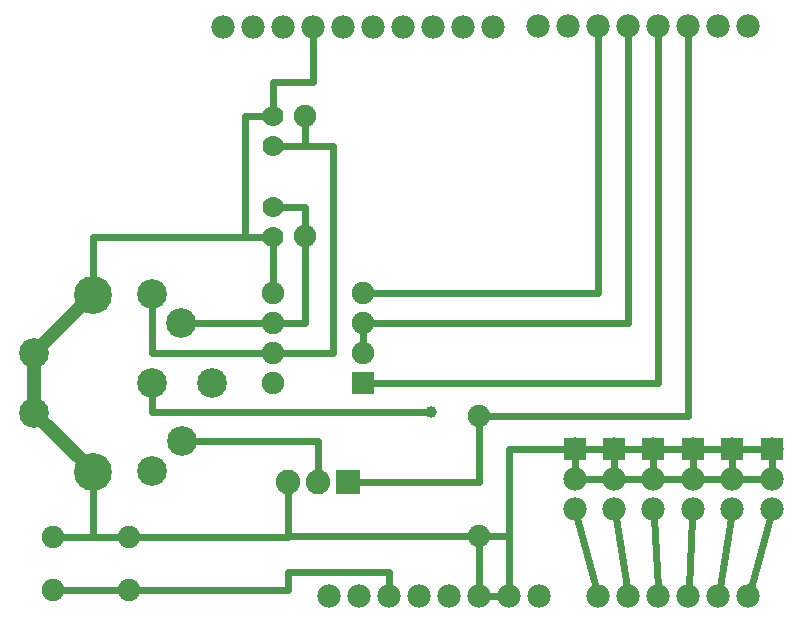
<source format=gtl>
G04 MADE WITH FRITZING*
G04 WWW.FRITZING.ORG*
G04 DOUBLE SIDED*
G04 HOLES PLATED*
G04 CONTOUR ON CENTER OF CONTOUR VECTOR*
%ASAXBY*%
%FSLAX23Y23*%
%MOIN*%
%OFA0B0*%
%SFA1.0B1.0*%
%ADD10C,0.078000*%
%ADD11C,0.075000*%
%ADD12C,0.070000*%
%ADD13C,0.082000*%
%ADD14C,0.039370*%
%ADD15C,0.099055*%
%ADD16C,0.126614*%
%ADD17R,0.078000X0.078000*%
%ADD18R,0.075000X0.075000*%
%ADD19R,0.082000X0.082000*%
%ADD20C,0.024000*%
%ADD21C,0.048000*%
%LNCOPPER1*%
G90*
G70*
G54D10*
X1808Y2004D03*
X1908Y2004D03*
X2008Y2004D03*
X2108Y2004D03*
X2208Y2004D03*
X2308Y2004D03*
X2408Y2004D03*
X2508Y2004D03*
X2009Y104D03*
X2109Y104D03*
X2209Y104D03*
X2309Y104D03*
X2409Y104D03*
X2509Y104D03*
X1113Y105D03*
X1213Y105D03*
X1313Y105D03*
X1413Y105D03*
X1513Y105D03*
X1613Y105D03*
X1713Y105D03*
X1813Y105D03*
X757Y2003D03*
X857Y2003D03*
X957Y2003D03*
X1057Y2003D03*
X1157Y2003D03*
X1257Y2003D03*
X1357Y2003D03*
X1457Y2003D03*
X1557Y2003D03*
X1657Y2003D03*
X2588Y595D03*
X2588Y495D03*
X2588Y395D03*
X2324Y596D03*
X2324Y496D03*
X2324Y396D03*
X2456Y594D03*
X2456Y494D03*
X2456Y394D03*
X2192Y595D03*
X2192Y495D03*
X2192Y395D03*
X2062Y596D03*
X2062Y496D03*
X2062Y396D03*
G54D11*
X446Y126D03*
X190Y126D03*
X446Y303D03*
X190Y303D03*
G54D10*
X1931Y596D03*
X1931Y496D03*
X1931Y396D03*
G54D11*
X1611Y705D03*
X1611Y305D03*
G54D12*
X925Y1301D03*
X925Y1402D03*
X925Y1604D03*
X925Y1705D03*
G54D11*
X1224Y814D03*
X924Y814D03*
X1224Y914D03*
X924Y914D03*
X1224Y1014D03*
X924Y1014D03*
X1224Y1114D03*
X924Y1114D03*
G54D13*
X1175Y485D03*
X1075Y485D03*
X975Y485D03*
G54D11*
X1033Y1304D03*
X1033Y1704D03*
G54D14*
X1451Y718D03*
G54D15*
X720Y817D03*
X522Y816D03*
X619Y1014D03*
X620Y621D03*
X521Y521D03*
X522Y1112D03*
X129Y915D03*
X128Y717D03*
G54D16*
X324Y1109D03*
X326Y519D03*
G54D17*
X2588Y595D03*
X2324Y596D03*
X2456Y594D03*
X2192Y595D03*
X2062Y596D03*
X1931Y596D03*
G54D18*
X1224Y814D03*
G54D19*
X1175Y485D03*
G54D20*
X417Y126D02*
X218Y126D01*
D02*
X417Y303D02*
X218Y303D01*
D02*
X975Y187D02*
X1313Y187D01*
D02*
X975Y126D02*
X975Y187D01*
D02*
X1313Y187D02*
X1313Y135D01*
D02*
X474Y126D02*
X975Y126D01*
D02*
X1682Y105D02*
X1643Y105D01*
D02*
X522Y914D02*
X896Y914D01*
D02*
X522Y1071D02*
X522Y914D01*
D02*
X660Y1014D02*
X896Y1014D01*
D02*
X1033Y1014D02*
X953Y1014D01*
D02*
X1033Y1275D02*
X1033Y1014D01*
D02*
X1033Y1402D02*
X951Y1402D01*
D02*
X1033Y1333D02*
X1033Y1402D01*
D02*
X924Y1142D02*
X925Y1275D01*
D02*
X1033Y1604D02*
X951Y1604D01*
D02*
X1033Y1675D02*
X1033Y1604D01*
D02*
X925Y1819D02*
X925Y1731D01*
D02*
X1057Y1819D02*
X925Y1819D01*
D02*
X1057Y1973D02*
X1057Y1819D01*
D02*
X833Y1301D02*
X899Y1301D01*
D02*
X833Y1705D02*
X833Y1301D01*
D02*
X899Y1705D02*
X833Y1705D01*
D02*
X1224Y985D02*
X1224Y942D01*
D02*
X522Y718D02*
X1432Y718D01*
D02*
X522Y775D02*
X522Y718D01*
D02*
X1075Y621D02*
X661Y621D01*
D02*
X1075Y517D02*
X1075Y621D01*
D02*
X975Y305D02*
X975Y453D01*
D02*
X1582Y305D02*
X975Y305D01*
D02*
X1611Y485D02*
X1208Y485D01*
D02*
X1611Y676D02*
X1611Y485D01*
D02*
X1713Y305D02*
X1640Y305D01*
D02*
X1713Y135D02*
X1713Y305D01*
D02*
X975Y303D02*
X975Y453D01*
D02*
X474Y303D02*
X975Y303D01*
D02*
X1611Y276D02*
X1612Y135D01*
D02*
X1713Y596D02*
X1901Y596D01*
D02*
X1713Y135D02*
X1713Y596D01*
D02*
X1961Y596D02*
X2032Y596D01*
D02*
X2092Y596D02*
X2162Y595D01*
D02*
X2223Y595D02*
X2294Y596D01*
D02*
X1939Y367D02*
X2002Y133D01*
D02*
X2067Y366D02*
X2105Y134D01*
D02*
X2194Y365D02*
X2208Y134D01*
D02*
X2322Y366D02*
X2311Y134D01*
D02*
X2308Y705D02*
X2308Y1974D01*
D02*
X1640Y705D02*
X2308Y705D01*
D02*
X2208Y814D02*
X2208Y1974D01*
D02*
X1253Y814D02*
X2208Y814D01*
D02*
X2108Y1014D02*
X2108Y1974D01*
D02*
X1253Y1014D02*
X2108Y1014D01*
D02*
X2008Y1114D02*
X2008Y1974D01*
D02*
X1253Y1114D02*
X2008Y1114D01*
D02*
X2354Y595D02*
X2426Y595D01*
D02*
X2486Y595D02*
X2558Y595D01*
D02*
X2452Y365D02*
X2414Y134D01*
D02*
X2580Y366D02*
X2517Y133D01*
D02*
X1931Y566D02*
X1931Y526D01*
D02*
X2062Y566D02*
X2062Y526D01*
D02*
X2192Y565D02*
X2192Y525D01*
D02*
X2324Y566D02*
X2324Y526D01*
D02*
X2456Y564D02*
X2456Y524D01*
D02*
X2588Y565D02*
X2588Y525D01*
D02*
X2558Y495D02*
X2486Y495D01*
D02*
X2426Y495D02*
X2354Y495D01*
D02*
X2294Y496D02*
X2223Y495D01*
D02*
X2162Y495D02*
X2092Y496D01*
D02*
X2032Y496D02*
X1961Y496D01*
D02*
X1125Y914D02*
X1125Y1604D01*
D02*
X1125Y1604D02*
X951Y1604D01*
D02*
X953Y914D02*
X1125Y914D01*
G54D21*
D02*
X158Y944D02*
X286Y1071D01*
D02*
X129Y874D02*
X128Y758D01*
D02*
X156Y688D02*
X287Y558D01*
G54D20*
D02*
X324Y1301D02*
X324Y1164D01*
D02*
X899Y1301D02*
X324Y1301D01*
D02*
X417Y303D02*
X326Y303D01*
D02*
X326Y303D02*
X326Y465D01*
G04 End of Copper1*
M02*
</source>
